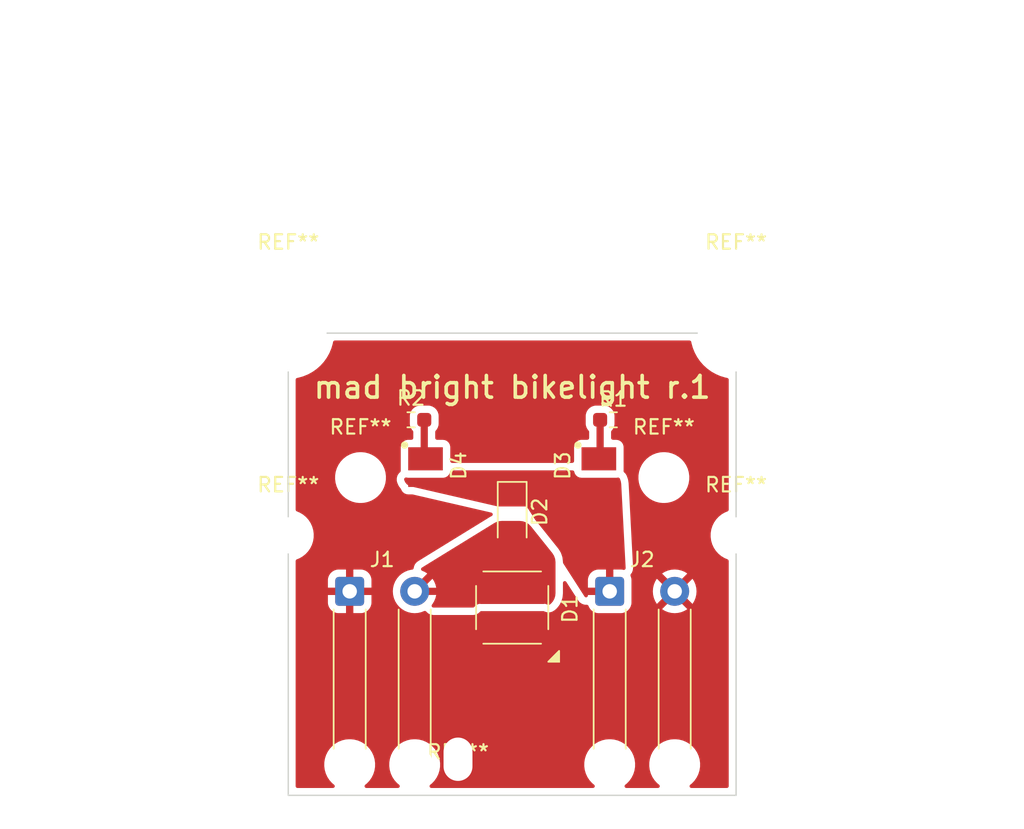
<source format=kicad_pcb>
(kicad_pcb (version 20211014) (generator pcbnew)
  (layers (0 "F.Cu" signal) (31 "B.Cu" signal) (34 "B.Paste" user) (35 "F.Paste" user) (36 "B.SilkS" user "B.Silkscreen") (37 "F.SilkS" user "F.Silkscreen") (38 "B.Mask" user) (39 "F.Mask" user) (44 "Edge.Cuts" user))
  (net 0 "")
  (net 1 "Net-(D3-Pad1)")
  (net 2 "Net-(D4-Pad1)")
  (net 3 "/Dynamo_B")
  (net 4 "/Dynamo_A")
  (net 5 "/OUT")
  (footprint "custom:Cree 3030" (layer "F.Cu") (at 94 90.5 -90)
    (fp_text reference "D4" (at -0.325 -2.3 90 unlocked) (layer "F.SilkS"))
    (fp_text value "small LED")
    (fp_circle (center -1.75 1.45) (end -1.5 1.45) (layer "F.SilkS") (width 0) (fill solid))
    (pad "1" smd custom (at -0.8 0 270) (size 1.6 2.4) (layers "F.Cu" "F.Paste" "F.Mask") (net 2 "Net-(D4-Pad1)") (options (clearance outline) (anchor rect)) (primitives))
    (pad "2" smd custom (at 0.85 0 270) (size 0.6 2.4) (layers "F.Cu" "F.Paste" "F.Mask") (net 5 "/OUT") (options (clearance outline) (anchor rect)) (primitives))
  )
  (footprint "custom:Wire_strain_relief_smd" (layer "F.Cu") (at 96.25 110.5)
    (fp_text reference "REF**" (at 0 -0.5 unlocked) (layer "F.SilkS"))
    (fp_text value "Wire_strain_relief_smd")
    (pad "" np_thru_hole oval (at 0 0) (size 2 3) (drill oval 2 3) (layers F&B.Cu *.Mask))
    (pad "1" smd roundrect (at 0 -7.5) (size 2 3.5) (layers "F.Cu" "F.Mask"))
  )
  (footprint "MountingHole:MountingHole_2.5mm" (layer "F.Cu") (at 89.5 91)
    (fp_text reference "REF**" (at 0 -3.5) (layer "F.SilkS"))
    (fp_text value "MountingHole_2.5mm")
    (pad "" np_thru_hole circle (at 0 0) (size 2.5 2.5) (drill 2.5) (layers *.Cu *.Mask))
  )
  (footprint "MountingHole:MountingHole_2.5mm" (layer "F.Cu") (at 84.5 95)
    (fp_text reference "REF**" (at 0 -3.5) (layer "F.SilkS"))
    (fp_text value "MountingHole_2.5mm")
    (pad "" np_thru_hole circle (at 0 0) (size 2.5 2.5) (drill 2.5) (layers *.Cu *.Mask))
  )
  (footprint "Connector_Wire:SolderWire-0.25sqmm_1x02_P4.5mm_D0.65mm_OD2mm_Relief" (layer "F.Cu") (at 88.75 98.875)
    (fp_text reference "J1" (at 2.25 -2.2) (layer "F.SilkS"))
    (fp_text value "IN")
    (fp_line (start 5.61 1.26) (end 5.61 10.89) (layer "F.SilkS") (width 0.12))
    (fp_line (start 3.39 1.26) (end 3.39 10.89) (layer "F.SilkS") (width 0.12))
    (fp_line (start 1.11 1.26) (end 1.11 10.89) (layer "F.SilkS") (width 0.12))
    (fp_line (start -1.11 1.26) (end -1.11 10.89) (layer "F.SilkS") (width 0.12))
    (pad "" np_thru_hole circle (at 0 12) (size 2.5 2.5) (drill 2.5) (layers *.Cu *.Mask))
    (pad "" np_thru_hole circle (at 4.5 12) (size 2.5 2.5) (drill 2.5) (layers *.Cu *.Mask))
    (pad "1" thru_hole roundrect (at 0 0) (size 2 2) (drill 1) (layers *.Cu *.Mask) (roundrect_rratio 0.125) (net 4 "/Dynamo_A"))
    (pad "2" thru_hole circle (at 4.5 0) (size 2 2) (drill 1) (layers *.Cu *.Mask) (net 3 "/Dynamo_B"))
  )
  (footprint "custom:Cree 5050" (layer "F.Cu") (at 100 100 90)
    (fp_text reference "D1" (at -0.1 4 90 unlocked) (layer "F.SilkS"))
    (fp_text value "Big LED")
    (fp_line (start -2.5 2) (end -2.5 -2) (layer "F.SilkS") (width 0.12))
    (fp_line (start 1.5 2.5) (end -1.5 2.5) (layer "F.SilkS") (width 0.12))
    (fp_line (start 2.5 -2) (end 2.5 2) (layer "F.SilkS") (width 0.12))
    (fp_line (start -1.5 -2.5) (end 1.5 -2.5) (layer "F.SilkS") (width 0.12))
    (fp_poly (pts (xy -3 3.25) (xy -3.75 3.25) (xy -3.75 2.5)) (layer "F.SilkS") (width 0.12) (fill solid))
    (pad "1" smd rect (at 2.39 2.5 90) (size 1.58 0.6) (layers "F.Cu" "F.Mask") (net 3 "/Dynamo_B"))
    (pad "1" smd rect (at 1.325 0 90) (size 2.15 4.4) (layers "F.Cu" "F.Paste" "F.Mask") (net 3 "/Dynamo_B"))
    (pad "1" smd rect (at 2.39 -2.5 90) (size 1.58 0.6) (layers "F.Cu" "F.Mask") (net 3 "/Dynamo_B"))
    (pad "2" smd rect (at -2.39 2.5 90) (size 1.58 0.6) (layers "F.Cu" "F.Mask") (net 4 "/Dynamo_A"))
    (pad "2" smd rect (at -1.325 0 90) (size 2.15 4.4) (layers "F.Cu" "F.Paste" "F.Mask") (net 4 "/Dynamo_A"))
    (pad "2" smd rect (at -2.39 -2.5 90) (size 1.58 0.6) (layers "F.Cu" "F.Mask") (net 4 "/Dynamo_A"))
  )
  (footprint "Resistor_SMD:R_0603_1608Metric_Pad0.98x0.95mm_HandSolder" (layer "F.Cu") (at 107 87)
    (fp_text reference "R1" (at 0 -1.43) (layer "F.SilkS"))
    (fp_text value "24-100R")
    (fp_line (start -0.254724 -0.5225) (end 0.254724 -0.5225) (layer "F.SilkS") (width 0.12))
    (fp_line (start -0.254724 0.5225) (end 0.254724 0.5225) (layer "F.SilkS") (width 0.12))
    (pad "1" smd roundrect (at -0.9125 0) (size 0.975 0.95) (layers "F.Cu" "F.Paste" "F.Mask") (net 1 "Net-(D3-Pad1)"))
    (pad "2" smd roundrect (at 0.9125 0) (size 0.975 0.95) (layers "F.Cu" "F.Paste" "F.Mask") (net 4 "/Dynamo_A"))
  )
  (footprint "MountingHole:MountingHole_2.5mm" (layer "F.Cu") (at 115.5 95)
    (fp_text reference "REF**" (at 0 -3.5) (layer "F.SilkS"))
    (fp_text value "MountingHole_2.5mm")
    (pad "" np_thru_hole circle (at 0 0) (size 2.5 2.5) (drill 2.5) (layers *.Cu *.Mask))
  )
  (footprint "Resistor_SMD:R_0603_1608Metric_Pad0.98x0.95mm_HandSolder" (layer "F.Cu") (at 93 87 180)
    (fp_text reference "R2" (at 0 1.5) (layer "F.SilkS"))
    (fp_text value "24-100R")
    (fp_line (start -0.254724 -0.5225) (end 0.254724 -0.5225) (layer "F.SilkS") (width 0.12))
    (fp_line (start -0.254724 0.5225) (end 0.254724 0.5225) (layer "F.SilkS") (width 0.12))
    (pad "1" smd roundrect (at -0.9125 0 180) (size 0.975 0.95) (layers "F.Cu" "F.Paste" "F.Mask") (net 2 "Net-(D4-Pad1)"))
    (pad "2" smd roundrect (at 0.9125 0 180) (size 0.975 0.95) (layers "F.Cu" "F.Paste" "F.Mask") (net 4 "/Dynamo_A"))
  )
  (footprint "MountingHole:MountingHole_5.3mm_M5" (layer "F.Cu") (at 84.5 81)
    (fp_text reference "REF**" (at 0 -6.3) (layer "F.SilkS"))
    (fp_text value "MountingHole_5.3mm_M5")
    (pad "" np_thru_hole circle (at 0 0) (size 5.3 5.3) (drill 5.3) (layers *.Cu *.Mask))
  )
  (footprint "Connector_Wire:SolderWire-0.25sqmm_1x02_P4.5mm_D0.65mm_OD2mm_Relief" (layer "F.Cu") (at 106.75 98.875)
    (fp_text reference "J2" (at 2.25 -2.2) (layer "F.SilkS"))
    (fp_text value "OUT")
    (fp_line (start 5.61 1.26) (end 5.61 10.89) (layer "F.SilkS") (width 0.12))
    (fp_line (start 3.39 1.26) (end 3.39 10.89) (layer "F.SilkS") (width 0.12))
    (fp_line (start -1.11 1.26) (end -1.11 10.89) (layer "F.SilkS") (width 0.12))
    (fp_line (start 1.11 1.26) (end 1.11 10.89) (layer "F.SilkS") (width 0.12))
    (pad "" np_thru_hole circle (at 0 12) (size 2.5 2.5) (drill 2.5) (layers *.Cu *.Mask))
    (pad "" np_thru_hole circle (at 4.5 12) (size 2.5 2.5) (drill 2.5) (layers *.Cu *.Mask))
    (pad "1" thru_hole roundrect (at 0 0) (size 2 2) (drill 1) (layers *.Cu *.Mask) (roundrect_rratio 0.125) (net 5 "/OUT"))
    (pad "2" thru_hole circle (at 4.5 0) (size 2 2) (drill 1) (layers *.Cu *.Mask) (net 4 "/Dynamo_A"))
  )
  (footprint "custom:Cree 3030" (layer "F.Cu") (at 106 90.5 -90)
    (fp_text reference "D3" (at -0.325 2.5 90 unlocked) (layer "F.SilkS"))
    (fp_text value "small LED")
    (fp_circle (center -1.75 1.45) (end -1.5 1.45) (layer "F.SilkS") (width 0) (fill solid))
    (pad "1" smd custom (at -0.8 0 270) (size 1.6 2.4) (layers "F.Cu" "F.Paste" "F.Mask") (net 1 "Net-(D3-Pad1)") (options (clearance outline) (anchor rect)) (primitives))
    (pad "2" smd custom (at 0.85 0 270) (size 0.6 2.4) (layers "F.Cu" "F.Paste" "F.Mask") (net 5 "/OUT") (options (clearance outline) (anchor rect)) (primitives))
  )
  (footprint "MountingHole:MountingHole_2.5mm" (layer "F.Cu") (at 110.5 91)
    (fp_text reference "REF**" (at 0 -3.5) (layer "F.SilkS"))
    (fp_text value "MountingHole_2.5mm")
    (pad "" np_thru_hole circle (at 0 0) (size 2.5 2.5) (drill 2.5) (layers *.Cu *.Mask))
  )
  (footprint "MountingHole:MountingHole_5.3mm_M5" (layer "F.Cu") (at 115.5 81)
    (fp_text reference "REF**" (at 0 -6.3) (layer "F.SilkS"))
    (fp_text value "MountingHole_5.3mm_M5")
    (pad "" np_thru_hole circle (at 0 0) (size 5.3 5.3) (drill 5.3) (layers *.Cu *.Mask))
  )
  (footprint "Diode_SMD:D_SOD-123F" (layer "F.Cu") (at 100 93.5 -90)
    (fp_text reference "D2" (at -0.127 -1.905 90) (layer "F.SilkS"))
    (fp_text value "D_Schottky")
    (fp_line (start -2.2 -1) (end 1.65 -1) (layer "F.SilkS") (width 0.12))
    (fp_line (start -2.2 -1) (end -2.2 1) (layer "F.SilkS") (width 0.12))
    (fp_line (start -2.2 1) (end 1.65 1) (layer "F.SilkS") (width 0.12))
    (pad "1" smd rect (at -1.4 0 270) (size 1.1 1.1) (layers "F.Cu" "F.Paste" "F.Mask") (net 5 "/OUT"))
    (pad "2" smd rect (at 1.4 0 270) (size 1.1 1.1) (layers "F.Cu" "F.Paste" "F.Mask") (net 3 "/Dynamo_B"))
  )
  (gr_rect (start 84.5 81) (end 115.5 113) (layer "Edge.Cuts") (width 0.1) (fill none))
  (gr_text "mad bright bikelight r.1" (at 100 84.75) (layer "F.SilkS") (effects (font (size 1.5 1.5) (thickness 0.25))))
  (segment (start 106.0875 89.1125) (end 106 89.2) (width 0.5) (layer "F.Cu") (net 1))
  (segment (start 106.0875 87) (end 106.0875 89.1125) (width 0.5) (layer "F.Cu") (net 1))
  (segment (start 93.9125 87) (end 93.9125 89.1125) (width 0.5) (layer "F.Cu") (net 2))
  (segment (start 93.9125 89.1125) (end 94 89.2) (width 0.5) (layer "F.Cu") (net 2))
  (segment (start 102.5 97.61) (end 101.065 97.61) (width 0.5) (layer "F.Cu") (net 3))
  (segment (start 99.8 98.875) (end 100 98.675) (width 0.5) (layer "F.Cu") (net 3))
  (segment (start 98.935 97.61) (end 100 98.675) (width 0.5) (layer "F.Cu") (net 3))
  (segment (start 97.5 97.61) (end 98.935 97.61) (width 0.5) (layer "F.Cu") (net 3))
  (segment (start 100 98.675) (end 100 94.9) (width 0.5) (layer "F.Cu") (net 3))
  (segment (start 93.25 98.875) (end 99.8 98.875) (width 0.5) (layer "F.Cu") (net 3))
  (segment (start 101.065 97.61) (end 100 98.675) (width 0.5) (layer "F.Cu") (net 3))
  (segment (start 94 91.5) (end 106 91.5) (width 0.5) (layer "F.Cu") (net 5))
  (zone (net 4) (net_name "/Dynamo_A") (layer "F.Cu") (connect_pads thru_hole_only (clearance 0.508)) (min_thickness 0.254) (fill yes (thermal_gap 0.508) (thermal_bridge_width 0.508) (smoothing fillet) (radius 1))
    (polygon (pts (xy 115.5 113) (xy 84.5 113) (xy 84.5 81) (xy 115.5 81)))
  )
  (zone (net 5) (net_name "/OUT") (layer "F.Cu") (priority 1) (connect_pads thru_hole_only (clearance 0.508)) (min_thickness 0.254) (fill yes (thermal_gap 0.508) (thermal_bridge_width 0.508) (smoothing fillet) (radius 1))
    (polygon (pts (xy 108 100) (xy 105.5 100) (xy 101 93) (xy 99 93) (xy 92.5 91.5) (xy 92.5 90.5) (xy 107.5 90.5)))
  )
  (zone (net 3) (net_name "/Dynamo_B") (layer "F.Cu") (priority 2) (connect_pads thru_hole_only (clearance 0.508)) (min_thickness 0.254) (fill yes (thermal_gap 0.508) (thermal_bridge_width 0.508) (smoothing fillet) (radius 1))
    (polygon (pts (xy 103 96.5) (xy 103 100) (xy 92.5 100) (xy 92.5 98) (xy 99 94) (xy 101 94)))
  )
)
</source>
